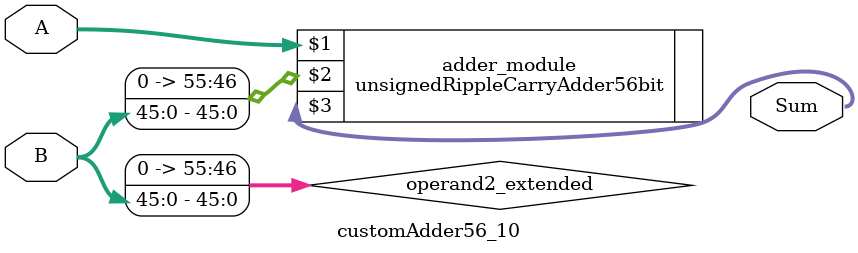
<source format=v>
module customAdder56_10(
                        input [55 : 0] A,
                        input [45 : 0] B,
                        
                        output [56 : 0] Sum
                );

        wire [55 : 0] operand2_extended;
        
        assign operand2_extended =  {10'b0, B};
        
        unsignedRippleCarryAdder56bit adder_module(
            A,
            operand2_extended,
            Sum
        );
        
        endmodule
        
</source>
